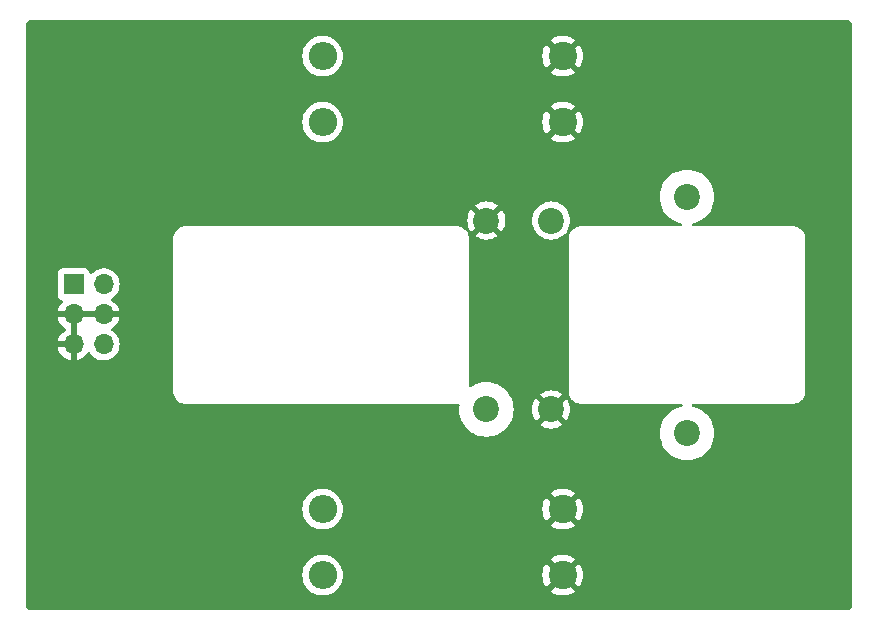
<source format=gbl>
G04 #@! TF.GenerationSoftware,KiCad,Pcbnew,7.0.9-7.0.9~ubuntu20.04.1*
G04 #@! TF.CreationDate,2023-12-17T17:20:07+01:00*
G04 #@! TF.ProjectId,swr,7377722e-6b69-4636-9164-5f7063625858,1.0*
G04 #@! TF.SameCoordinates,Original*
G04 #@! TF.FileFunction,Copper,L2,Bot*
G04 #@! TF.FilePolarity,Positive*
%FSLAX46Y46*%
G04 Gerber Fmt 4.6, Leading zero omitted, Abs format (unit mm)*
G04 Created by KiCad (PCBNEW 7.0.9-7.0.9~ubuntu20.04.1) date 2023-12-17 17:20:07*
%MOMM*%
%LPD*%
G01*
G04 APERTURE LIST*
G04 #@! TA.AperFunction,ComponentPad*
%ADD10C,2.200000*%
G04 #@! TD*
G04 #@! TA.AperFunction,ComponentPad*
%ADD11C,2.400000*%
G04 #@! TD*
G04 #@! TA.AperFunction,ComponentPad*
%ADD12O,2.400000X2.400000*%
G04 #@! TD*
G04 #@! TA.AperFunction,ComponentPad*
%ADD13C,5.600000*%
G04 #@! TD*
G04 #@! TA.AperFunction,ComponentPad*
%ADD14R,1.700000X1.700000*%
G04 #@! TD*
G04 #@! TA.AperFunction,ComponentPad*
%ADD15O,1.700000X1.700000*%
G04 #@! TD*
G04 #@! TA.AperFunction,ViaPad*
%ADD16C,0.800000*%
G04 #@! TD*
G04 APERTURE END LIST*
D10*
X151000000Y-65000000D03*
X151000000Y-85000000D03*
X139500000Y-67000000D03*
X139500000Y-83000000D03*
X134015000Y-83000000D03*
X134015000Y-67000000D03*
D11*
X140462000Y-97028000D03*
D12*
X120142000Y-97028000D03*
D11*
X140462000Y-58674000D03*
D12*
X120142000Y-58674000D03*
D13*
X160000000Y-55000000D03*
D11*
X140462000Y-53086000D03*
D12*
X120142000Y-53086000D03*
D13*
X100000000Y-95000000D03*
D14*
X99060000Y-72405000D03*
D15*
X101600000Y-72405000D03*
X99060000Y-74945000D03*
X101600000Y-74945000D03*
X99060000Y-77485000D03*
X101600000Y-77485000D03*
D11*
X140462000Y-91440000D03*
D12*
X120142000Y-91440000D03*
D13*
X100000000Y-55000000D03*
X160000000Y-95000000D03*
D16*
X154940000Y-56007000D03*
X142240000Y-66167000D03*
X152400000Y-95250000D03*
X106299000Y-74295000D03*
X109855000Y-83693000D03*
X143510000Y-99060000D03*
X125095000Y-83693000D03*
X152400000Y-97790000D03*
X146050000Y-97790000D03*
X149860000Y-93980000D03*
X158369000Y-50927000D03*
X127515000Y-65750000D03*
X147320000Y-54737000D03*
X149860000Y-99060000D03*
X151130000Y-99060000D03*
X151130000Y-50927000D03*
X146050000Y-50927000D03*
X106299000Y-67945000D03*
X152400000Y-52197000D03*
X155956000Y-50927000D03*
X152400000Y-93980000D03*
X154940000Y-95250000D03*
X146050000Y-57277000D03*
X153670000Y-53467000D03*
X159766000Y-66167000D03*
X106299000Y-81915000D03*
X151130873Y-56002403D03*
X154686000Y-92710000D03*
X149860000Y-50927000D03*
X146050000Y-90170000D03*
X114935000Y-83693000D03*
X158496000Y-83820000D03*
X162179000Y-81280000D03*
X155956000Y-85090000D03*
X155956000Y-91440000D03*
X151130000Y-53467000D03*
X146050000Y-99060000D03*
X154940000Y-57277000D03*
X133731000Y-71755000D03*
X146050000Y-64897000D03*
X147320000Y-52197000D03*
X146050000Y-63627000D03*
X126111000Y-65786000D03*
X155956000Y-53467000D03*
X131862000Y-65750000D03*
X154940000Y-99060000D03*
X151130000Y-52197000D03*
X148590000Y-97790000D03*
X127635000Y-83693000D03*
X155956000Y-52197000D03*
X153670000Y-50927000D03*
X155956000Y-96520000D03*
X131318000Y-83693000D03*
X147320000Y-57277000D03*
X146050000Y-52197000D03*
X107315000Y-83693000D03*
X147320000Y-99060000D03*
X106299000Y-75565000D03*
X111760000Y-52705000D03*
X155956000Y-54737000D03*
X106299000Y-70485000D03*
X133731000Y-74295000D03*
X149860000Y-56007000D03*
X145465800Y-83997800D03*
X133731000Y-70485000D03*
X106299000Y-69215000D03*
X162179000Y-73660000D03*
X139700000Y-79375000D03*
X146050000Y-59817000D03*
X144780000Y-66167000D03*
X148590000Y-93980000D03*
X157226000Y-83820000D03*
X153670000Y-95250000D03*
X155956000Y-90170000D03*
X148590000Y-56007000D03*
X155956000Y-93980000D03*
X106299000Y-80645000D03*
X155956000Y-64897000D03*
X159766000Y-83820000D03*
X152400000Y-56007000D03*
X147320000Y-92710000D03*
X162179000Y-77470000D03*
X162179000Y-69850000D03*
X106299000Y-71755000D03*
X133731000Y-73025000D03*
X143510000Y-50927000D03*
X106299000Y-73025000D03*
X152400000Y-50927000D03*
X108585000Y-83693000D03*
X159639000Y-50927000D03*
X155956000Y-83820000D03*
X154940000Y-50927000D03*
X113665000Y-83693000D03*
X148590000Y-54737000D03*
X162179000Y-76200000D03*
X139700000Y-76835000D03*
X111760000Y-66294000D03*
X109220000Y-66294000D03*
X155956000Y-57277000D03*
X106299000Y-78105000D03*
X106807000Y-66675000D03*
X147320000Y-53467000D03*
X155956000Y-58547000D03*
X147320000Y-56007000D03*
X149860000Y-95250000D03*
X141552000Y-84000000D03*
X147320000Y-50927000D03*
X157099000Y-50927000D03*
X111760000Y-62865000D03*
X146050000Y-95250000D03*
X144780000Y-99060000D03*
X154940000Y-54737000D03*
X146050000Y-66167000D03*
X107950000Y-66294000D03*
X151130000Y-54737000D03*
X157099000Y-99060000D03*
X157226000Y-66167000D03*
X151130000Y-94030800D03*
X154940000Y-96520000D03*
X124968000Y-65786000D03*
X106299000Y-79375000D03*
X154940000Y-93980000D03*
X106299000Y-83185000D03*
X153670000Y-54737000D03*
X158496000Y-66167000D03*
X149860000Y-96520000D03*
X153670000Y-93980000D03*
X146050000Y-96520000D03*
X139700000Y-71755000D03*
X114300000Y-66294000D03*
X162179000Y-78740000D03*
X155956000Y-62357000D03*
X153670000Y-56007000D03*
X139700000Y-73025000D03*
X126365000Y-83693000D03*
X149860000Y-53467000D03*
X155956000Y-63627000D03*
X162179000Y-71120000D03*
X155956000Y-56007000D03*
X153670000Y-52197000D03*
X113030000Y-66294000D03*
X152400000Y-96520000D03*
X155956000Y-59817000D03*
X99060000Y-59690000D03*
X139700000Y-80645000D03*
X151130000Y-97790000D03*
X130175000Y-83693000D03*
X133731000Y-78105000D03*
X146050000Y-53467000D03*
X151130000Y-96520000D03*
X155956000Y-87630000D03*
X149860000Y-97790000D03*
X146050000Y-56007000D03*
X153670000Y-97790000D03*
X161036000Y-83566000D03*
X116205000Y-94615000D03*
X155956000Y-86360000D03*
X111125000Y-83693000D03*
X162179000Y-68580000D03*
X146050000Y-92710000D03*
X146050000Y-58547000D03*
X139700000Y-69215000D03*
X158242000Y-99060000D03*
X146050000Y-61087000D03*
X149860000Y-54737000D03*
X162179000Y-72390000D03*
X152400000Y-53467000D03*
X155956000Y-61087000D03*
X154940000Y-52197000D03*
X148590000Y-95250000D03*
X155956000Y-97790000D03*
X144000000Y-84000000D03*
X146050000Y-93980000D03*
X133731000Y-75565000D03*
X146050000Y-91440000D03*
X148590000Y-99060000D03*
X161163000Y-66421000D03*
X148590000Y-53467000D03*
X159385000Y-99060000D03*
X154940000Y-53467000D03*
X162052000Y-82550000D03*
X142822000Y-84000000D03*
X133731000Y-76835000D03*
X146050000Y-54737000D03*
X146050000Y-62357000D03*
X162052000Y-67310000D03*
X155956000Y-92710000D03*
X155956000Y-66167000D03*
X155956000Y-95250000D03*
X130338000Y-65750000D03*
X151130000Y-95250000D03*
X149860000Y-52197000D03*
X154940000Y-97790000D03*
X148590000Y-96520000D03*
X110490000Y-66294000D03*
X106299000Y-76835000D03*
X133731000Y-69215000D03*
X155956000Y-99060000D03*
X152400000Y-54737000D03*
X148590000Y-52197000D03*
X133731000Y-79375000D03*
X142240000Y-99060000D03*
X139700000Y-78105000D03*
X152400000Y-99060000D03*
X142240000Y-50927000D03*
X128905000Y-83693000D03*
X139700000Y-74295000D03*
X147320000Y-95250000D03*
X148590000Y-50927000D03*
X139700000Y-70485000D03*
X139700000Y-75565000D03*
X153670000Y-99060000D03*
X147320000Y-93980000D03*
X162179000Y-80010000D03*
X155956000Y-88900000D03*
X147320000Y-96520000D03*
X143510000Y-66167000D03*
X162179000Y-74930000D03*
X128941000Y-65750000D03*
X153670000Y-96520000D03*
X147320000Y-97790000D03*
X144780000Y-50927000D03*
X112395000Y-83693000D03*
G04 #@! TA.AperFunction,Conductor*
G36*
X99314000Y-77051325D02*
G01*
X99202315Y-77000320D01*
X99095763Y-76985000D01*
X99024237Y-76985000D01*
X98917685Y-77000320D01*
X98806000Y-77051325D01*
X98806000Y-75378674D01*
X98917685Y-75429680D01*
X99024237Y-75445000D01*
X99095763Y-75445000D01*
X99202315Y-75429680D01*
X99314000Y-75378674D01*
X99314000Y-77051325D01*
G37*
G04 #@! TD.AperFunction*
G04 #@! TA.AperFunction,Conductor*
G36*
X101140507Y-74735156D02*
G01*
X101100000Y-74873111D01*
X101100000Y-75016889D01*
X101140507Y-75154844D01*
X101168884Y-75199000D01*
X99491116Y-75199000D01*
X99519493Y-75154844D01*
X99560000Y-75016889D01*
X99560000Y-74873111D01*
X99519493Y-74735156D01*
X99491116Y-74691000D01*
X101168884Y-74691000D01*
X101140507Y-74735156D01*
G37*
G04 #@! TD.AperFunction*
G04 #@! TA.AperFunction,Conductor*
G36*
X164503511Y-50000895D02*
G01*
X164526356Y-50003469D01*
X164605633Y-50013906D01*
X164630785Y-50019895D01*
X164664224Y-50031595D01*
X164664700Y-50031762D01*
X164668001Y-50033022D01*
X164722028Y-50055400D01*
X164740840Y-50065119D01*
X164775466Y-50086876D01*
X164780303Y-50090240D01*
X164828152Y-50126957D01*
X164834346Y-50132388D01*
X164867609Y-50165651D01*
X164873041Y-50171846D01*
X164909758Y-50219695D01*
X164913122Y-50224532D01*
X164934879Y-50259158D01*
X164944600Y-50277975D01*
X164966976Y-50331997D01*
X164968236Y-50335298D01*
X164980100Y-50369200D01*
X164986093Y-50394371D01*
X164996529Y-50473645D01*
X164999103Y-50496476D01*
X164999500Y-50503539D01*
X164999500Y-99496460D01*
X164999103Y-99503523D01*
X164996529Y-99526354D01*
X164986093Y-99605627D01*
X164980100Y-99630798D01*
X164968236Y-99664700D01*
X164966976Y-99668001D01*
X164944600Y-99722023D01*
X164934879Y-99740840D01*
X164913122Y-99775466D01*
X164909758Y-99780303D01*
X164873041Y-99828152D01*
X164867602Y-99834355D01*
X164834355Y-99867602D01*
X164828152Y-99873041D01*
X164780303Y-99909758D01*
X164775466Y-99913122D01*
X164740840Y-99934879D01*
X164722023Y-99944600D01*
X164668001Y-99966976D01*
X164664700Y-99968236D01*
X164630798Y-99980100D01*
X164605627Y-99986093D01*
X164526354Y-99996529D01*
X164503523Y-99999103D01*
X164496460Y-99999500D01*
X95503540Y-99999500D01*
X95496477Y-99999103D01*
X95473646Y-99996529D01*
X95394371Y-99986093D01*
X95369200Y-99980100D01*
X95335298Y-99968236D01*
X95331997Y-99966976D01*
X95277975Y-99944600D01*
X95259158Y-99934879D01*
X95224532Y-99913122D01*
X95219695Y-99909758D01*
X95171846Y-99873041D01*
X95165651Y-99867609D01*
X95132388Y-99834346D01*
X95126957Y-99828152D01*
X95090240Y-99780303D01*
X95086876Y-99775466D01*
X95065119Y-99740840D01*
X95055400Y-99722028D01*
X95033022Y-99668001D01*
X95031762Y-99664700D01*
X95031595Y-99664224D01*
X95019895Y-99630785D01*
X95013906Y-99605633D01*
X95003469Y-99526356D01*
X95000895Y-99503513D01*
X95000500Y-99496457D01*
X95000500Y-97028000D01*
X118428709Y-97028000D01*
X118447845Y-97283356D01*
X118504826Y-97533002D01*
X118504827Y-97533005D01*
X118598374Y-97771362D01*
X118598376Y-97771366D01*
X118726410Y-97993127D01*
X118726412Y-97993130D01*
X118726413Y-97993131D01*
X118886069Y-98193334D01*
X119073781Y-98367505D01*
X119073787Y-98367509D01*
X119285345Y-98511748D01*
X119285352Y-98511752D01*
X119285355Y-98511754D01*
X119418360Y-98575806D01*
X119516060Y-98622856D01*
X119516073Y-98622861D01*
X119760746Y-98698332D01*
X119760748Y-98698332D01*
X119760757Y-98698335D01*
X120013966Y-98736500D01*
X120013970Y-98736500D01*
X120270030Y-98736500D01*
X120270034Y-98736500D01*
X120523243Y-98698335D01*
X120524838Y-98697843D01*
X120767929Y-98622860D01*
X120767930Y-98622859D01*
X120767935Y-98622858D01*
X120998646Y-98511754D01*
X121210219Y-98367505D01*
X121397931Y-98193334D01*
X121557587Y-97993131D01*
X121685622Y-97771369D01*
X121685711Y-97771144D01*
X121747951Y-97612556D01*
X121779174Y-97533001D01*
X121836155Y-97283353D01*
X121855291Y-97028000D01*
X138749211Y-97028000D01*
X138768341Y-97283281D01*
X138825305Y-97532854D01*
X138825306Y-97532856D01*
X138918826Y-97771144D01*
X138918828Y-97771148D01*
X139046824Y-97992844D01*
X139046829Y-97992852D01*
X139087250Y-98043537D01*
X139087252Y-98043537D01*
X139897570Y-97233219D01*
X139937901Y-97330588D01*
X140034075Y-97455925D01*
X140159412Y-97552099D01*
X140256779Y-97592429D01*
X139446421Y-98402786D01*
X139446421Y-98402787D01*
X139605610Y-98511321D01*
X139605611Y-98511322D01*
X139836239Y-98622386D01*
X140080862Y-98697844D01*
X140080870Y-98697845D01*
X140334008Y-98736000D01*
X140589992Y-98736000D01*
X140843129Y-98697845D01*
X140843141Y-98697843D01*
X141087746Y-98622392D01*
X141087753Y-98622389D01*
X141318397Y-98511318D01*
X141318399Y-98511317D01*
X141477577Y-98402789D01*
X141477578Y-98402787D01*
X140667220Y-97592429D01*
X140764588Y-97552099D01*
X140889925Y-97455925D01*
X140986099Y-97330589D01*
X141026429Y-97233220D01*
X141836747Y-98043538D01*
X141836748Y-98043537D01*
X141877172Y-97992849D01*
X141877172Y-97992848D01*
X142005171Y-97771148D01*
X142005173Y-97771144D01*
X142098693Y-97532856D01*
X142098694Y-97532854D01*
X142155658Y-97283281D01*
X142174788Y-97028000D01*
X142155658Y-96772718D01*
X142098694Y-96523145D01*
X142098693Y-96523143D01*
X142005173Y-96284855D01*
X142005171Y-96284851D01*
X141877175Y-96063155D01*
X141836747Y-96012460D01*
X141026429Y-96822778D01*
X140986099Y-96725412D01*
X140889925Y-96600075D01*
X140764588Y-96503901D01*
X140667220Y-96463570D01*
X141477578Y-95653211D01*
X141318390Y-95544678D01*
X141318389Y-95544677D01*
X141087753Y-95433610D01*
X141087746Y-95433607D01*
X140843141Y-95358156D01*
X140843129Y-95358154D01*
X140589992Y-95320000D01*
X140334008Y-95320000D01*
X140080870Y-95358154D01*
X140080862Y-95358155D01*
X139836239Y-95433613D01*
X139605611Y-95544677D01*
X139605603Y-95544682D01*
X139446421Y-95653210D01*
X139446421Y-95653212D01*
X140256779Y-96463570D01*
X140159412Y-96503901D01*
X140034075Y-96600075D01*
X139937901Y-96725411D01*
X139897570Y-96822779D01*
X139087252Y-96012461D01*
X139087250Y-96012461D01*
X139046828Y-96063148D01*
X139046825Y-96063153D01*
X138918828Y-96284851D01*
X138918826Y-96284855D01*
X138825306Y-96523143D01*
X138825305Y-96523145D01*
X138768341Y-96772718D01*
X138749211Y-97028000D01*
X121855291Y-97028000D01*
X121836155Y-96772647D01*
X121779174Y-96522999D01*
X121741890Y-96428000D01*
X121685625Y-96284637D01*
X121685623Y-96284633D01*
X121557589Y-96062872D01*
X121517387Y-96012460D01*
X121397931Y-95862666D01*
X121210219Y-95688495D01*
X120998646Y-95544246D01*
X120998643Y-95544245D01*
X120998641Y-95544243D01*
X120998640Y-95544242D01*
X120767936Y-95433142D01*
X120767929Y-95433139D01*
X120523253Y-95357667D01*
X120523245Y-95357665D01*
X120523243Y-95357665D01*
X120270034Y-95319500D01*
X120013966Y-95319500D01*
X119760757Y-95357665D01*
X119760755Y-95357665D01*
X119760746Y-95357667D01*
X119516073Y-95433138D01*
X119516060Y-95433143D01*
X119285352Y-95544247D01*
X119285345Y-95544251D01*
X119073787Y-95688490D01*
X119073782Y-95688494D01*
X118886070Y-95862665D01*
X118726410Y-96062872D01*
X118598376Y-96284633D01*
X118598374Y-96284637D01*
X118504827Y-96522994D01*
X118504826Y-96522997D01*
X118447845Y-96772643D01*
X118428709Y-97028000D01*
X95000500Y-97028000D01*
X95000500Y-91440000D01*
X118428709Y-91440000D01*
X118447845Y-91695356D01*
X118504826Y-91945002D01*
X118504827Y-91945005D01*
X118598374Y-92183362D01*
X118598376Y-92183366D01*
X118726410Y-92405127D01*
X118726412Y-92405130D01*
X118726413Y-92405131D01*
X118886069Y-92605334D01*
X119073781Y-92779505D01*
X119073787Y-92779509D01*
X119285345Y-92923748D01*
X119285352Y-92923752D01*
X119285355Y-92923754D01*
X119418360Y-92987806D01*
X119516060Y-93034856D01*
X119516073Y-93034861D01*
X119760746Y-93110332D01*
X119760748Y-93110332D01*
X119760757Y-93110335D01*
X120013966Y-93148500D01*
X120013970Y-93148500D01*
X120270030Y-93148500D01*
X120270034Y-93148500D01*
X120523243Y-93110335D01*
X120524838Y-93109843D01*
X120767929Y-93034860D01*
X120767930Y-93034859D01*
X120767935Y-93034858D01*
X120998646Y-92923754D01*
X121210219Y-92779505D01*
X121397931Y-92605334D01*
X121557587Y-92405131D01*
X121685622Y-92183369D01*
X121685711Y-92183144D01*
X121747951Y-92024556D01*
X121779174Y-91945001D01*
X121836155Y-91695353D01*
X121855291Y-91440000D01*
X138749211Y-91440000D01*
X138768341Y-91695281D01*
X138825305Y-91944854D01*
X138825306Y-91944856D01*
X138918826Y-92183144D01*
X138918828Y-92183148D01*
X139046824Y-92404844D01*
X139046829Y-92404852D01*
X139087250Y-92455537D01*
X139087252Y-92455537D01*
X139897570Y-91645219D01*
X139937901Y-91742588D01*
X140034075Y-91867925D01*
X140159412Y-91964099D01*
X140256779Y-92004429D01*
X139446421Y-92814786D01*
X139446421Y-92814787D01*
X139605610Y-92923321D01*
X139605611Y-92923322D01*
X139836239Y-93034386D01*
X140080862Y-93109844D01*
X140080870Y-93109845D01*
X140334008Y-93148000D01*
X140589992Y-93148000D01*
X140843129Y-93109845D01*
X140843141Y-93109843D01*
X141087746Y-93034392D01*
X141087753Y-93034389D01*
X141318397Y-92923318D01*
X141318399Y-92923317D01*
X141477577Y-92814789D01*
X141477578Y-92814787D01*
X140667220Y-92004429D01*
X140764588Y-91964099D01*
X140889925Y-91867925D01*
X140986099Y-91742589D01*
X141026429Y-91645220D01*
X141836747Y-92455538D01*
X141836748Y-92455537D01*
X141877172Y-92404849D01*
X141877172Y-92404848D01*
X142005171Y-92183148D01*
X142005173Y-92183144D01*
X142098693Y-91944856D01*
X142098694Y-91944854D01*
X142155658Y-91695281D01*
X142174788Y-91440000D01*
X142155658Y-91184718D01*
X142098694Y-90935145D01*
X142098693Y-90935143D01*
X142005173Y-90696855D01*
X142005171Y-90696851D01*
X141877175Y-90475155D01*
X141836747Y-90424460D01*
X141026429Y-91234778D01*
X140986099Y-91137412D01*
X140889925Y-91012075D01*
X140764588Y-90915901D01*
X140667220Y-90875570D01*
X141477578Y-90065211D01*
X141318390Y-89956678D01*
X141318389Y-89956677D01*
X141087753Y-89845610D01*
X141087746Y-89845607D01*
X140843141Y-89770156D01*
X140843129Y-89770154D01*
X140589992Y-89732000D01*
X140334008Y-89732000D01*
X140080870Y-89770154D01*
X140080862Y-89770155D01*
X139836239Y-89845613D01*
X139605611Y-89956677D01*
X139605603Y-89956682D01*
X139446421Y-90065210D01*
X139446421Y-90065212D01*
X140256779Y-90875570D01*
X140159412Y-90915901D01*
X140034075Y-91012075D01*
X139937901Y-91137411D01*
X139897570Y-91234779D01*
X139087252Y-90424461D01*
X139087250Y-90424461D01*
X139046828Y-90475148D01*
X139046825Y-90475153D01*
X138918828Y-90696851D01*
X138918826Y-90696855D01*
X138825306Y-90935143D01*
X138825305Y-90935145D01*
X138768341Y-91184718D01*
X138749211Y-91440000D01*
X121855291Y-91440000D01*
X121836155Y-91184647D01*
X121779174Y-90934999D01*
X121741890Y-90840000D01*
X121685625Y-90696637D01*
X121685623Y-90696633D01*
X121557589Y-90474872D01*
X121517387Y-90424460D01*
X121397931Y-90274666D01*
X121210219Y-90100495D01*
X120998646Y-89956246D01*
X120998643Y-89956245D01*
X120998641Y-89956243D01*
X120998640Y-89956242D01*
X120767936Y-89845142D01*
X120767929Y-89845139D01*
X120523253Y-89769667D01*
X120523245Y-89769665D01*
X120523243Y-89769665D01*
X120270034Y-89731500D01*
X120013966Y-89731500D01*
X119760757Y-89769665D01*
X119760755Y-89769665D01*
X119760746Y-89769667D01*
X119516073Y-89845138D01*
X119516060Y-89845143D01*
X119285352Y-89956247D01*
X119285345Y-89956251D01*
X119073787Y-90100490D01*
X119073782Y-90100494D01*
X118886070Y-90274665D01*
X118726410Y-90474872D01*
X118598376Y-90696633D01*
X118598374Y-90696637D01*
X118504827Y-90934994D01*
X118504826Y-90934997D01*
X118447845Y-91184643D01*
X118428709Y-91440000D01*
X95000500Y-91440000D01*
X95000500Y-81587531D01*
X107514500Y-81587531D01*
X107544898Y-81759936D01*
X107544898Y-81759938D01*
X107604773Y-81924441D01*
X107604774Y-81924443D01*
X107604775Y-81924445D01*
X107692308Y-82076055D01*
X107804837Y-82210163D01*
X107938945Y-82322692D01*
X108090555Y-82410225D01*
X108255062Y-82470101D01*
X108427468Y-82500500D01*
X108427469Y-82500500D01*
X131602525Y-82500500D01*
X131602532Y-82500500D01*
X131602538Y-82500498D01*
X131604385Y-82500337D01*
X131605197Y-82500500D01*
X131608033Y-82500500D01*
X131608033Y-82501069D01*
X131673992Y-82514317D01*
X131724991Y-82563709D01*
X131741190Y-82632833D01*
X131738962Y-82650437D01*
X131729289Y-82699066D01*
X131729286Y-82699084D01*
X131709564Y-82999996D01*
X131709564Y-83000003D01*
X131729286Y-83300915D01*
X131729288Y-83300929D01*
X131788120Y-83596692D01*
X131788121Y-83596696D01*
X131834145Y-83732277D01*
X131885055Y-83882252D01*
X131885058Y-83882258D01*
X132018432Y-84152715D01*
X132185969Y-84403454D01*
X132185974Y-84403460D01*
X132185975Y-84403461D01*
X132384811Y-84630189D01*
X132611539Y-84829025D01*
X132611545Y-84829030D01*
X132798742Y-84954110D01*
X132862282Y-84996566D01*
X133132748Y-85129945D01*
X133418309Y-85226880D01*
X133714080Y-85285713D01*
X133886034Y-85296983D01*
X134014997Y-85305436D01*
X134015000Y-85305436D01*
X134015003Y-85305436D01*
X134127845Y-85298039D01*
X134315920Y-85285713D01*
X134611691Y-85226880D01*
X134897252Y-85129945D01*
X135167718Y-84996566D01*
X135418461Y-84829025D01*
X135645189Y-84630189D01*
X135844025Y-84403461D01*
X136011566Y-84152718D01*
X136144945Y-83882252D01*
X136241880Y-83596691D01*
X136300713Y-83300920D01*
X136320436Y-83000000D01*
X137887028Y-83000000D01*
X137906886Y-83252323D01*
X137965971Y-83498434D01*
X138062830Y-83732272D01*
X138194177Y-83946611D01*
X138194178Y-83946611D01*
X139015639Y-83125150D01*
X139040507Y-83209844D01*
X139118239Y-83330798D01*
X139226900Y-83424952D01*
X139357685Y-83484680D01*
X139372411Y-83486797D01*
X138553387Y-84305820D01*
X138553387Y-84305822D01*
X138767727Y-84437169D01*
X139001565Y-84534028D01*
X139247676Y-84593113D01*
X139500000Y-84612971D01*
X139752323Y-84593113D01*
X139998434Y-84534028D01*
X140232277Y-84437167D01*
X140446611Y-84305822D01*
X140446611Y-84305820D01*
X139627588Y-83486797D01*
X139642315Y-83484680D01*
X139773100Y-83424952D01*
X139881761Y-83330798D01*
X139959493Y-83209844D01*
X139984360Y-83125151D01*
X140805820Y-83946611D01*
X140805822Y-83946611D01*
X140937167Y-83732277D01*
X141034028Y-83498434D01*
X141093113Y-83252323D01*
X141112971Y-83000000D01*
X141093113Y-82747676D01*
X141034028Y-82501565D01*
X140937169Y-82267727D01*
X140805822Y-82053387D01*
X140805820Y-82053387D01*
X139984360Y-82874847D01*
X139959493Y-82790156D01*
X139881761Y-82669202D01*
X139773100Y-82575048D01*
X139642315Y-82515320D01*
X139627588Y-82513202D01*
X140446611Y-81694178D01*
X140446611Y-81694177D01*
X140272580Y-81587531D01*
X140999500Y-81587531D01*
X141029898Y-81759936D01*
X141029898Y-81759938D01*
X141089773Y-81924441D01*
X141089774Y-81924443D01*
X141089775Y-81924445D01*
X141177308Y-82076055D01*
X141289837Y-82210163D01*
X141423945Y-82322692D01*
X141575555Y-82410225D01*
X141740062Y-82470101D01*
X141912468Y-82500500D01*
X141912469Y-82500500D01*
X150494562Y-82500500D01*
X150562683Y-82520502D01*
X150609176Y-82574158D01*
X150619280Y-82644432D01*
X150589786Y-82709012D01*
X150530060Y-82747396D01*
X150519148Y-82750077D01*
X150479618Y-82757940D01*
X150403307Y-82773120D01*
X150403303Y-82773121D01*
X150122721Y-82868366D01*
X150117748Y-82870055D01*
X150117745Y-82870056D01*
X150117741Y-82870058D01*
X149847284Y-83003432D01*
X149596545Y-83170969D01*
X149369811Y-83369811D01*
X149170969Y-83596545D01*
X149003432Y-83847284D01*
X148870058Y-84117741D01*
X148870054Y-84117751D01*
X148773121Y-84403303D01*
X148773120Y-84403307D01*
X148714288Y-84699070D01*
X148714286Y-84699084D01*
X148694564Y-84999996D01*
X148694564Y-85000003D01*
X148714286Y-85300915D01*
X148714288Y-85300929D01*
X148773120Y-85596692D01*
X148773121Y-85596696D01*
X148837180Y-85785407D01*
X148870055Y-85882252D01*
X148870058Y-85882258D01*
X149003432Y-86152715D01*
X149170969Y-86403454D01*
X149170974Y-86403460D01*
X149170975Y-86403461D01*
X149369811Y-86630189D01*
X149596539Y-86829025D01*
X149596545Y-86829030D01*
X149783742Y-86954110D01*
X149847282Y-86996566D01*
X150117748Y-87129945D01*
X150403309Y-87226880D01*
X150699080Y-87285713D01*
X150871034Y-87296983D01*
X150999997Y-87305436D01*
X151000000Y-87305436D01*
X151000003Y-87305436D01*
X151112845Y-87298039D01*
X151300920Y-87285713D01*
X151596691Y-87226880D01*
X151882252Y-87129945D01*
X152152718Y-86996566D01*
X152403461Y-86829025D01*
X152630189Y-86630189D01*
X152829025Y-86403461D01*
X152996566Y-86152718D01*
X153129945Y-85882252D01*
X153226880Y-85596691D01*
X153285713Y-85300920D01*
X153305436Y-85000000D01*
X153285713Y-84699080D01*
X153226880Y-84403309D01*
X153129945Y-84117748D01*
X152996566Y-83847282D01*
X152919719Y-83732272D01*
X152829030Y-83596545D01*
X152744362Y-83500000D01*
X152630189Y-83369811D01*
X152403461Y-83170975D01*
X152403460Y-83170974D01*
X152403454Y-83170969D01*
X152152715Y-83003432D01*
X151882258Y-82870058D01*
X151882252Y-82870055D01*
X151785407Y-82837180D01*
X151596696Y-82773121D01*
X151596692Y-82773120D01*
X151539794Y-82761802D01*
X151480855Y-82750078D01*
X151417947Y-82717171D01*
X151382815Y-82655476D01*
X151386615Y-82584581D01*
X151428141Y-82526995D01*
X151494208Y-82501001D01*
X151505438Y-82500500D01*
X160087531Y-82500500D01*
X160087532Y-82500500D01*
X160259938Y-82470101D01*
X160424445Y-82410225D01*
X160576055Y-82322692D01*
X160710163Y-82210163D01*
X160822692Y-82076055D01*
X160910225Y-81924445D01*
X160970101Y-81759938D01*
X161000500Y-81587532D01*
X161000500Y-81500000D01*
X161000500Y-81499500D01*
X161000500Y-68499901D01*
X161000500Y-68412468D01*
X160970101Y-68240062D01*
X160910225Y-68075555D01*
X160822692Y-67923945D01*
X160710163Y-67789837D01*
X160576055Y-67677308D01*
X160424445Y-67589775D01*
X160424444Y-67589774D01*
X160424443Y-67589774D01*
X160424441Y-67589773D01*
X160259937Y-67529898D01*
X160093203Y-67500500D01*
X160087532Y-67499500D01*
X160000099Y-67499500D01*
X151505438Y-67499500D01*
X151437317Y-67479498D01*
X151390824Y-67425842D01*
X151380720Y-67355568D01*
X151410214Y-67290988D01*
X151469940Y-67252604D01*
X151480851Y-67249922D01*
X151596691Y-67226880D01*
X151882252Y-67129945D01*
X152152718Y-66996566D01*
X152403461Y-66829025D01*
X152630189Y-66630189D01*
X152829025Y-66403461D01*
X152996566Y-66152718D01*
X153129945Y-65882252D01*
X153226880Y-65596691D01*
X153285713Y-65300920D01*
X153305436Y-65000000D01*
X153285713Y-64699080D01*
X153226880Y-64403309D01*
X153129945Y-64117748D01*
X152996566Y-63847282D01*
X152954110Y-63783742D01*
X152829030Y-63596545D01*
X152829025Y-63596539D01*
X152630189Y-63369811D01*
X152403461Y-63170975D01*
X152403460Y-63170974D01*
X152403454Y-63170969D01*
X152152715Y-63003432D01*
X151882258Y-62870058D01*
X151882252Y-62870055D01*
X151785407Y-62837180D01*
X151596696Y-62773121D01*
X151596692Y-62773120D01*
X151300929Y-62714288D01*
X151300915Y-62714286D01*
X151000003Y-62694564D01*
X150999997Y-62694564D01*
X150699084Y-62714286D01*
X150699070Y-62714288D01*
X150403307Y-62773120D01*
X150403303Y-62773121D01*
X150122721Y-62868366D01*
X150117748Y-62870055D01*
X150117745Y-62870056D01*
X150117741Y-62870058D01*
X149847284Y-63003432D01*
X149596545Y-63170969D01*
X149369811Y-63369811D01*
X149170969Y-63596545D01*
X149003432Y-63847284D01*
X148870058Y-64117741D01*
X148870054Y-64117751D01*
X148773121Y-64403303D01*
X148773120Y-64403307D01*
X148714288Y-64699070D01*
X148714286Y-64699084D01*
X148694564Y-64999996D01*
X148694564Y-65000003D01*
X148714286Y-65300915D01*
X148714288Y-65300929D01*
X148773120Y-65596692D01*
X148773121Y-65596696D01*
X148806380Y-65694672D01*
X148870055Y-65882252D01*
X148870058Y-65882258D01*
X149003432Y-66152715D01*
X149170969Y-66403454D01*
X149170974Y-66403460D01*
X149170975Y-66403461D01*
X149369811Y-66630189D01*
X149503689Y-66747597D01*
X149596545Y-66829030D01*
X149783742Y-66954110D01*
X149847282Y-66996566D01*
X150117748Y-67129945D01*
X150403309Y-67226880D01*
X150519144Y-67249921D01*
X150582053Y-67282829D01*
X150617185Y-67344524D01*
X150613385Y-67415419D01*
X150571859Y-67473005D01*
X150505792Y-67498999D01*
X150494562Y-67499500D01*
X142000500Y-67499500D01*
X142000000Y-67499500D01*
X141912468Y-67499500D01*
X141906797Y-67500500D01*
X141740063Y-67529898D01*
X141740061Y-67529898D01*
X141575558Y-67589773D01*
X141575556Y-67589774D01*
X141423940Y-67677311D01*
X141289837Y-67789837D01*
X141177311Y-67923940D01*
X141089774Y-68075556D01*
X141089773Y-68075558D01*
X141029898Y-68240061D01*
X141029898Y-68240063D01*
X140999500Y-68412468D01*
X140999500Y-81587531D01*
X140272580Y-81587531D01*
X140232272Y-81562830D01*
X139998434Y-81465971D01*
X139752323Y-81406886D01*
X139500000Y-81387028D01*
X139247676Y-81406886D01*
X139001565Y-81465971D01*
X138767727Y-81562830D01*
X138553387Y-81694176D01*
X138553387Y-81694178D01*
X139372411Y-82513202D01*
X139357685Y-82515320D01*
X139226900Y-82575048D01*
X139118239Y-82669202D01*
X139040507Y-82790156D01*
X139015639Y-82874848D01*
X138194178Y-82053387D01*
X138194176Y-82053387D01*
X138062830Y-82267727D01*
X137965971Y-82501565D01*
X137906886Y-82747676D01*
X137887028Y-83000000D01*
X136320436Y-83000000D01*
X136300713Y-82699080D01*
X136241880Y-82403309D01*
X136144945Y-82117748D01*
X136011566Y-81847282D01*
X135953203Y-81759936D01*
X135844030Y-81596545D01*
X135836125Y-81587531D01*
X135645189Y-81369811D01*
X135418461Y-81170975D01*
X135418460Y-81170974D01*
X135418454Y-81170969D01*
X135167715Y-81003432D01*
X134897258Y-80870058D01*
X134897252Y-80870055D01*
X134800407Y-80837180D01*
X134611696Y-80773121D01*
X134611692Y-80773120D01*
X134315929Y-80714288D01*
X134315915Y-80714286D01*
X134015003Y-80694564D01*
X134014997Y-80694564D01*
X133714084Y-80714286D01*
X133714070Y-80714288D01*
X133418307Y-80773120D01*
X133418303Y-80773121D01*
X133137721Y-80868366D01*
X133132748Y-80870055D01*
X133132745Y-80870056D01*
X133132741Y-80870058D01*
X132862282Y-81003433D01*
X132862279Y-81003434D01*
X132711501Y-81104181D01*
X132643749Y-81125396D01*
X132575282Y-81106613D01*
X132527839Y-81053795D01*
X132515500Y-80999416D01*
X132515500Y-68412468D01*
X132496696Y-68305822D01*
X132485101Y-68240062D01*
X132425225Y-68075555D01*
X132337692Y-67923945D01*
X132225163Y-67789837D01*
X132091055Y-67677308D01*
X131939445Y-67589775D01*
X131939444Y-67589774D01*
X131939443Y-67589774D01*
X131939441Y-67589773D01*
X131774937Y-67529898D01*
X131608203Y-67500500D01*
X131602532Y-67499500D01*
X131515099Y-67499500D01*
X108515500Y-67499500D01*
X108515000Y-67499500D01*
X108427468Y-67499500D01*
X108421797Y-67500500D01*
X108255063Y-67529898D01*
X108255061Y-67529898D01*
X108090558Y-67589773D01*
X108090556Y-67589774D01*
X107938940Y-67677311D01*
X107804837Y-67789837D01*
X107692311Y-67923940D01*
X107604774Y-68075556D01*
X107604773Y-68075558D01*
X107544898Y-68240061D01*
X107544898Y-68240063D01*
X107514500Y-68412468D01*
X107514500Y-81587531D01*
X95000500Y-81587531D01*
X95000500Y-73303649D01*
X97701500Y-73303649D01*
X97708009Y-73364196D01*
X97708011Y-73364204D01*
X97759110Y-73501202D01*
X97759112Y-73501207D01*
X97846738Y-73618261D01*
X97963792Y-73705887D01*
X97963796Y-73705889D01*
X98079312Y-73748975D01*
X98136148Y-73791522D01*
X98160958Y-73858042D01*
X98145866Y-73927416D01*
X98127981Y-73952367D01*
X97984674Y-74108041D01*
X97861580Y-74296451D01*
X97771179Y-74502543D01*
X97771176Y-74502550D01*
X97723455Y-74690999D01*
X97723456Y-74691000D01*
X98628884Y-74691000D01*
X98600507Y-74735156D01*
X98560000Y-74873111D01*
X98560000Y-75016889D01*
X98600507Y-75154844D01*
X98628884Y-75199000D01*
X97723455Y-75199000D01*
X97771176Y-75387449D01*
X97771179Y-75387456D01*
X97861580Y-75593548D01*
X97984674Y-75781958D01*
X98137097Y-75947534D01*
X98314698Y-76085767D01*
X98314699Y-76085768D01*
X98348734Y-76104187D01*
X98399123Y-76154201D01*
X98414475Y-76223518D01*
X98389913Y-76290130D01*
X98348734Y-76325813D01*
X98314699Y-76344231D01*
X98314698Y-76344232D01*
X98137097Y-76482465D01*
X97984674Y-76648041D01*
X97861580Y-76836451D01*
X97771179Y-77042543D01*
X97771176Y-77042550D01*
X97723455Y-77230999D01*
X97723456Y-77231000D01*
X98628884Y-77231000D01*
X98600507Y-77275156D01*
X98560000Y-77413111D01*
X98560000Y-77556889D01*
X98600507Y-77694844D01*
X98628884Y-77739000D01*
X97723455Y-77739000D01*
X97771176Y-77927449D01*
X97771179Y-77927456D01*
X97861580Y-78133548D01*
X97984674Y-78321958D01*
X98137097Y-78487534D01*
X98314698Y-78625767D01*
X98314699Y-78625768D01*
X98512628Y-78732882D01*
X98512630Y-78732883D01*
X98725483Y-78805955D01*
X98725492Y-78805957D01*
X98806000Y-78819391D01*
X98806000Y-77918674D01*
X98917685Y-77969680D01*
X99024237Y-77985000D01*
X99095763Y-77985000D01*
X99202315Y-77969680D01*
X99314000Y-77918674D01*
X99314000Y-78819390D01*
X99394507Y-78805957D01*
X99394516Y-78805955D01*
X99607369Y-78732883D01*
X99607371Y-78732882D01*
X99805300Y-78625768D01*
X99805301Y-78625767D01*
X99982902Y-78487534D01*
X100135327Y-78321955D01*
X100224217Y-78185899D01*
X100278220Y-78139810D01*
X100348568Y-78130235D01*
X100412925Y-78160212D01*
X100435183Y-78185898D01*
X100524279Y-78322270D01*
X100676762Y-78487908D01*
X100731331Y-78530381D01*
X100854424Y-78626189D01*
X101052426Y-78733342D01*
X101052427Y-78733342D01*
X101052428Y-78733343D01*
X101164227Y-78771723D01*
X101265365Y-78806444D01*
X101487431Y-78843500D01*
X101487435Y-78843500D01*
X101712565Y-78843500D01*
X101712569Y-78843500D01*
X101934635Y-78806444D01*
X102147574Y-78733342D01*
X102345576Y-78626189D01*
X102523240Y-78487906D01*
X102675722Y-78322268D01*
X102675927Y-78321955D01*
X102764816Y-78185899D01*
X102798860Y-78133791D01*
X102889296Y-77927616D01*
X102944564Y-77709368D01*
X102963156Y-77485000D01*
X102944564Y-77260632D01*
X102889338Y-77042550D01*
X102889297Y-77042387D01*
X102889296Y-77042386D01*
X102889296Y-77042384D01*
X102798860Y-76836209D01*
X102764816Y-76784100D01*
X102675724Y-76647734D01*
X102675720Y-76647729D01*
X102559570Y-76521559D01*
X102523240Y-76482094D01*
X102523239Y-76482093D01*
X102523237Y-76482091D01*
X102441382Y-76418381D01*
X102345576Y-76343811D01*
X102311792Y-76325528D01*
X102261402Y-76275516D01*
X102246050Y-76206199D01*
X102270610Y-76139586D01*
X102311793Y-76103901D01*
X102345300Y-76085767D01*
X102345301Y-76085767D01*
X102522902Y-75947534D01*
X102675325Y-75781958D01*
X102798419Y-75593548D01*
X102888820Y-75387456D01*
X102888823Y-75387449D01*
X102936544Y-75199000D01*
X102031116Y-75199000D01*
X102059493Y-75154844D01*
X102100000Y-75016889D01*
X102100000Y-74873111D01*
X102059493Y-74735156D01*
X102031116Y-74691000D01*
X102936544Y-74691000D01*
X102936544Y-74690999D01*
X102888823Y-74502550D01*
X102888820Y-74502543D01*
X102798419Y-74296451D01*
X102675325Y-74108041D01*
X102522902Y-73942465D01*
X102345301Y-73804232D01*
X102345300Y-73804231D01*
X102311791Y-73786097D01*
X102261401Y-73736083D01*
X102246050Y-73666766D01*
X102270612Y-73600153D01*
X102311790Y-73564472D01*
X102345576Y-73546189D01*
X102523240Y-73407906D01*
X102675722Y-73242268D01*
X102798860Y-73053791D01*
X102889296Y-72847616D01*
X102944564Y-72629368D01*
X102963156Y-72405000D01*
X102944564Y-72180632D01*
X102889296Y-71962384D01*
X102798860Y-71756209D01*
X102781500Y-71729637D01*
X102675724Y-71567734D01*
X102675720Y-71567729D01*
X102523237Y-71402091D01*
X102403367Y-71308792D01*
X102345576Y-71263811D01*
X102147574Y-71156658D01*
X102147572Y-71156657D01*
X102147571Y-71156656D01*
X101934639Y-71083557D01*
X101934630Y-71083555D01*
X101890476Y-71076187D01*
X101712569Y-71046500D01*
X101487431Y-71046500D01*
X101339211Y-71071233D01*
X101265369Y-71083555D01*
X101265360Y-71083557D01*
X101052428Y-71156656D01*
X101052426Y-71156658D01*
X100854426Y-71263810D01*
X100854424Y-71263811D01*
X100676762Y-71402091D01*
X100615754Y-71468363D01*
X100554901Y-71504933D01*
X100483936Y-71502798D01*
X100425391Y-71462636D01*
X100404999Y-71427057D01*
X100360889Y-71308797D01*
X100360887Y-71308792D01*
X100273261Y-71191738D01*
X100156207Y-71104112D01*
X100156202Y-71104110D01*
X100019204Y-71053011D01*
X100019196Y-71053009D01*
X99958649Y-71046500D01*
X99958638Y-71046500D01*
X98161362Y-71046500D01*
X98161350Y-71046500D01*
X98100803Y-71053009D01*
X98100795Y-71053011D01*
X97963797Y-71104110D01*
X97963792Y-71104112D01*
X97846738Y-71191738D01*
X97759112Y-71308792D01*
X97759110Y-71308797D01*
X97708011Y-71445795D01*
X97708009Y-71445803D01*
X97701500Y-71506350D01*
X97701500Y-73303649D01*
X95000500Y-73303649D01*
X95000500Y-67000000D01*
X132402028Y-67000000D01*
X132421886Y-67252323D01*
X132480971Y-67498434D01*
X132577830Y-67732272D01*
X132709177Y-67946611D01*
X132709178Y-67946611D01*
X133530639Y-67125150D01*
X133555507Y-67209844D01*
X133633239Y-67330798D01*
X133741900Y-67424952D01*
X133872685Y-67484680D01*
X133887411Y-67486797D01*
X133068387Y-68305820D01*
X133068387Y-68305822D01*
X133282727Y-68437169D01*
X133516565Y-68534028D01*
X133762676Y-68593113D01*
X134015000Y-68612971D01*
X134267323Y-68593113D01*
X134513434Y-68534028D01*
X134747277Y-68437167D01*
X134961611Y-68305822D01*
X134961611Y-68305820D01*
X134142588Y-67486797D01*
X134157315Y-67484680D01*
X134288100Y-67424952D01*
X134396761Y-67330798D01*
X134474493Y-67209844D01*
X134499360Y-67125151D01*
X135320820Y-67946611D01*
X135320822Y-67946611D01*
X135452167Y-67732277D01*
X135549028Y-67498434D01*
X135608113Y-67252323D01*
X135627971Y-67000000D01*
X137886526Y-67000000D01*
X137903041Y-67209844D01*
X137906391Y-67252402D01*
X137965494Y-67498589D01*
X138003265Y-67589775D01*
X138062384Y-67732502D01*
X138194672Y-67948376D01*
X138359102Y-68140898D01*
X138551624Y-68305328D01*
X138767498Y-68437616D01*
X139001409Y-68534505D01*
X139247597Y-68593609D01*
X139500000Y-68613474D01*
X139752403Y-68593609D01*
X139998591Y-68534505D01*
X140232502Y-68437616D01*
X140448376Y-68305328D01*
X140640898Y-68140898D01*
X140805328Y-67948376D01*
X140937616Y-67732502D01*
X141034505Y-67498591D01*
X141093609Y-67252403D01*
X141113474Y-67000000D01*
X141093609Y-66747597D01*
X141034505Y-66501409D01*
X140937616Y-66267498D01*
X140805328Y-66051624D01*
X140640898Y-65859102D01*
X140448376Y-65694672D01*
X140232502Y-65562384D01*
X139999741Y-65465971D01*
X139998589Y-65465494D01*
X139830177Y-65425062D01*
X139752403Y-65406391D01*
X139500000Y-65386526D01*
X139247597Y-65406391D01*
X139001410Y-65465494D01*
X138767499Y-65562383D01*
X138551625Y-65694671D01*
X138359102Y-65859102D01*
X138194671Y-66051625D01*
X138062383Y-66267499D01*
X137965494Y-66501410D01*
X137934578Y-66630188D01*
X137906391Y-66747597D01*
X137886526Y-67000000D01*
X135627971Y-67000000D01*
X135608113Y-66747676D01*
X135549028Y-66501565D01*
X135452169Y-66267727D01*
X135320822Y-66053387D01*
X135320820Y-66053387D01*
X134499360Y-66874847D01*
X134474493Y-66790156D01*
X134396761Y-66669202D01*
X134288100Y-66575048D01*
X134157315Y-66515320D01*
X134142588Y-66513202D01*
X134961611Y-65694178D01*
X134961611Y-65694177D01*
X134747272Y-65562830D01*
X134513434Y-65465971D01*
X134267323Y-65406886D01*
X134015000Y-65387028D01*
X133762676Y-65406886D01*
X133516565Y-65465971D01*
X133282727Y-65562830D01*
X133068387Y-65694176D01*
X133068387Y-65694178D01*
X133887411Y-66513202D01*
X133872685Y-66515320D01*
X133741900Y-66575048D01*
X133633239Y-66669202D01*
X133555507Y-66790156D01*
X133530639Y-66874848D01*
X132709178Y-66053387D01*
X132709176Y-66053387D01*
X132577830Y-66267727D01*
X132480971Y-66501565D01*
X132421886Y-66747676D01*
X132402028Y-67000000D01*
X95000500Y-67000000D01*
X95000500Y-58674000D01*
X118428709Y-58674000D01*
X118447845Y-58929356D01*
X118504826Y-59179002D01*
X118504827Y-59179005D01*
X118598374Y-59417362D01*
X118598376Y-59417366D01*
X118726410Y-59639127D01*
X118726412Y-59639130D01*
X118726413Y-59639131D01*
X118886069Y-59839334D01*
X119073781Y-60013505D01*
X119073787Y-60013509D01*
X119285345Y-60157748D01*
X119285352Y-60157752D01*
X119285355Y-60157754D01*
X119418360Y-60221806D01*
X119516060Y-60268856D01*
X119516073Y-60268861D01*
X119760746Y-60344332D01*
X119760748Y-60344332D01*
X119760757Y-60344335D01*
X120013966Y-60382500D01*
X120013970Y-60382500D01*
X120270030Y-60382500D01*
X120270034Y-60382500D01*
X120523243Y-60344335D01*
X120524838Y-60343843D01*
X120767929Y-60268860D01*
X120767930Y-60268859D01*
X120767935Y-60268858D01*
X120998646Y-60157754D01*
X121210219Y-60013505D01*
X121397931Y-59839334D01*
X121557587Y-59639131D01*
X121685622Y-59417369D01*
X121685711Y-59417144D01*
X121747951Y-59258556D01*
X121779174Y-59179001D01*
X121836155Y-58929353D01*
X121855291Y-58674000D01*
X138749211Y-58674000D01*
X138768341Y-58929281D01*
X138825305Y-59178854D01*
X138825306Y-59178856D01*
X138918826Y-59417144D01*
X138918828Y-59417148D01*
X139046824Y-59638844D01*
X139046829Y-59638852D01*
X139087250Y-59689537D01*
X139087252Y-59689537D01*
X139897570Y-58879219D01*
X139937901Y-58976588D01*
X140034075Y-59101925D01*
X140159412Y-59198099D01*
X140256779Y-59238429D01*
X139446421Y-60048786D01*
X139446421Y-60048787D01*
X139605610Y-60157321D01*
X139605611Y-60157322D01*
X139836239Y-60268386D01*
X140080862Y-60343844D01*
X140080870Y-60343845D01*
X140334008Y-60382000D01*
X140589992Y-60382000D01*
X140843129Y-60343845D01*
X140843141Y-60343843D01*
X141087746Y-60268392D01*
X141087753Y-60268389D01*
X141318397Y-60157318D01*
X141318399Y-60157317D01*
X141477577Y-60048789D01*
X141477578Y-60048787D01*
X140667220Y-59238429D01*
X140764588Y-59198099D01*
X140889925Y-59101925D01*
X140986099Y-58976589D01*
X141026429Y-58879220D01*
X141836747Y-59689538D01*
X141836748Y-59689537D01*
X141877172Y-59638849D01*
X141877172Y-59638848D01*
X142005171Y-59417148D01*
X142005173Y-59417144D01*
X142098693Y-59178856D01*
X142098694Y-59178854D01*
X142155658Y-58929281D01*
X142174788Y-58674000D01*
X142155658Y-58418718D01*
X142098694Y-58169145D01*
X142098693Y-58169143D01*
X142005173Y-57930855D01*
X142005171Y-57930851D01*
X141877175Y-57709155D01*
X141836747Y-57658460D01*
X141026429Y-58468778D01*
X140986099Y-58371412D01*
X140889925Y-58246075D01*
X140764588Y-58149901D01*
X140667220Y-58109570D01*
X141477578Y-57299211D01*
X141318390Y-57190678D01*
X141318389Y-57190677D01*
X141087753Y-57079610D01*
X141087746Y-57079607D01*
X140843141Y-57004156D01*
X140843129Y-57004154D01*
X140589992Y-56966000D01*
X140334008Y-56966000D01*
X140080870Y-57004154D01*
X140080862Y-57004155D01*
X139836239Y-57079613D01*
X139605611Y-57190677D01*
X139605603Y-57190682D01*
X139446421Y-57299210D01*
X139446421Y-57299212D01*
X140256779Y-58109570D01*
X140159412Y-58149901D01*
X140034075Y-58246075D01*
X139937901Y-58371411D01*
X139897570Y-58468779D01*
X139087252Y-57658461D01*
X139087250Y-57658461D01*
X139046828Y-57709148D01*
X139046825Y-57709153D01*
X138918828Y-57930851D01*
X138918826Y-57930855D01*
X138825306Y-58169143D01*
X138825305Y-58169145D01*
X138768341Y-58418718D01*
X138749211Y-58674000D01*
X121855291Y-58674000D01*
X121836155Y-58418647D01*
X121779174Y-58168999D01*
X121741890Y-58074000D01*
X121685625Y-57930637D01*
X121685623Y-57930633D01*
X121557589Y-57708872D01*
X121517387Y-57658460D01*
X121397931Y-57508666D01*
X121210219Y-57334495D01*
X120998646Y-57190246D01*
X120998643Y-57190245D01*
X120998641Y-57190243D01*
X120998640Y-57190242D01*
X120767936Y-57079142D01*
X120767929Y-57079139D01*
X120523253Y-57003667D01*
X120523245Y-57003665D01*
X120523243Y-57003665D01*
X120270034Y-56965500D01*
X120013966Y-56965500D01*
X119760757Y-57003665D01*
X119760755Y-57003665D01*
X119760746Y-57003667D01*
X119516073Y-57079138D01*
X119516060Y-57079143D01*
X119285352Y-57190247D01*
X119285345Y-57190251D01*
X119073787Y-57334490D01*
X119073782Y-57334494D01*
X118886070Y-57508665D01*
X118726410Y-57708872D01*
X118598376Y-57930633D01*
X118598374Y-57930637D01*
X118504827Y-58168994D01*
X118504826Y-58168997D01*
X118447845Y-58418643D01*
X118428709Y-58674000D01*
X95000500Y-58674000D01*
X95000500Y-53086000D01*
X118428709Y-53086000D01*
X118447845Y-53341356D01*
X118504826Y-53591002D01*
X118504827Y-53591005D01*
X118598374Y-53829362D01*
X118598376Y-53829366D01*
X118726410Y-54051127D01*
X118726412Y-54051130D01*
X118726413Y-54051131D01*
X118886069Y-54251334D01*
X119073781Y-54425505D01*
X119073787Y-54425509D01*
X119285345Y-54569748D01*
X119285352Y-54569752D01*
X119285355Y-54569754D01*
X119418360Y-54633806D01*
X119516060Y-54680856D01*
X119516073Y-54680861D01*
X119760746Y-54756332D01*
X119760748Y-54756332D01*
X119760757Y-54756335D01*
X120013966Y-54794500D01*
X120013970Y-54794500D01*
X120270030Y-54794500D01*
X120270034Y-54794500D01*
X120523243Y-54756335D01*
X120524838Y-54755843D01*
X120767929Y-54680860D01*
X120767930Y-54680859D01*
X120767935Y-54680858D01*
X120998646Y-54569754D01*
X121210219Y-54425505D01*
X121397931Y-54251334D01*
X121557587Y-54051131D01*
X121685622Y-53829369D01*
X121685711Y-53829144D01*
X121747951Y-53670556D01*
X121779174Y-53591001D01*
X121836155Y-53341353D01*
X121855291Y-53086000D01*
X138749211Y-53086000D01*
X138768341Y-53341281D01*
X138825305Y-53590854D01*
X138825306Y-53590856D01*
X138918826Y-53829144D01*
X138918828Y-53829148D01*
X139046824Y-54050844D01*
X139046829Y-54050852D01*
X139087250Y-54101537D01*
X139087252Y-54101537D01*
X139897570Y-53291219D01*
X139937901Y-53388588D01*
X140034075Y-53513925D01*
X140159412Y-53610099D01*
X140256779Y-53650429D01*
X139446421Y-54460786D01*
X139446421Y-54460787D01*
X139605610Y-54569321D01*
X139605611Y-54569322D01*
X139836239Y-54680386D01*
X140080862Y-54755844D01*
X140080870Y-54755845D01*
X140334008Y-54794000D01*
X140589992Y-54794000D01*
X140843129Y-54755845D01*
X140843141Y-54755843D01*
X141087746Y-54680392D01*
X141087753Y-54680389D01*
X141318397Y-54569318D01*
X141318399Y-54569317D01*
X141477577Y-54460789D01*
X141477578Y-54460787D01*
X140667220Y-53650429D01*
X140764588Y-53610099D01*
X140889925Y-53513925D01*
X140986099Y-53388589D01*
X141026429Y-53291220D01*
X141836747Y-54101538D01*
X141836748Y-54101537D01*
X141877172Y-54050849D01*
X141877172Y-54050848D01*
X142005171Y-53829148D01*
X142005173Y-53829144D01*
X142098693Y-53590856D01*
X142098694Y-53590854D01*
X142155658Y-53341281D01*
X142174788Y-53086000D01*
X142155658Y-52830718D01*
X142098694Y-52581145D01*
X142098693Y-52581143D01*
X142005173Y-52342855D01*
X142005171Y-52342851D01*
X141877175Y-52121155D01*
X141836747Y-52070460D01*
X141026429Y-52880778D01*
X140986099Y-52783412D01*
X140889925Y-52658075D01*
X140764588Y-52561901D01*
X140667220Y-52521570D01*
X141477578Y-51711211D01*
X141318390Y-51602678D01*
X141318389Y-51602677D01*
X141087753Y-51491610D01*
X141087746Y-51491607D01*
X140843141Y-51416156D01*
X140843129Y-51416154D01*
X140589992Y-51378000D01*
X140334008Y-51378000D01*
X140080870Y-51416154D01*
X140080862Y-51416155D01*
X139836239Y-51491613D01*
X139605611Y-51602677D01*
X139605603Y-51602682D01*
X139446421Y-51711210D01*
X139446421Y-51711212D01*
X140256779Y-52521570D01*
X140159412Y-52561901D01*
X140034075Y-52658075D01*
X139937901Y-52783411D01*
X139897570Y-52880779D01*
X139087252Y-52070461D01*
X139087250Y-52070461D01*
X139046828Y-52121148D01*
X139046825Y-52121153D01*
X138918828Y-52342851D01*
X138918826Y-52342855D01*
X138825306Y-52581143D01*
X138825305Y-52581145D01*
X138768341Y-52830718D01*
X138749211Y-53086000D01*
X121855291Y-53086000D01*
X121836155Y-52830647D01*
X121779174Y-52580999D01*
X121741890Y-52486000D01*
X121685625Y-52342637D01*
X121685623Y-52342633D01*
X121557589Y-52120872D01*
X121517387Y-52070460D01*
X121397931Y-51920666D01*
X121210219Y-51746495D01*
X120998646Y-51602246D01*
X120998643Y-51602245D01*
X120998641Y-51602243D01*
X120998640Y-51602242D01*
X120767936Y-51491142D01*
X120767929Y-51491139D01*
X120523253Y-51415667D01*
X120523245Y-51415665D01*
X120523243Y-51415665D01*
X120270034Y-51377500D01*
X120013966Y-51377500D01*
X119760757Y-51415665D01*
X119760755Y-51415665D01*
X119760746Y-51415667D01*
X119516073Y-51491138D01*
X119516060Y-51491143D01*
X119285352Y-51602247D01*
X119285345Y-51602251D01*
X119073787Y-51746490D01*
X119073782Y-51746494D01*
X118886070Y-51920665D01*
X118726410Y-52120872D01*
X118598376Y-52342633D01*
X118598374Y-52342637D01*
X118504827Y-52580994D01*
X118504826Y-52580997D01*
X118447845Y-52830643D01*
X118428709Y-53086000D01*
X95000500Y-53086000D01*
X95000500Y-50503541D01*
X95000896Y-50496482D01*
X95003469Y-50473648D01*
X95003470Y-50473645D01*
X95003470Y-50473633D01*
X95013907Y-50394361D01*
X95019893Y-50369218D01*
X95031770Y-50335276D01*
X95033013Y-50332019D01*
X95055404Y-50277961D01*
X95065115Y-50259164D01*
X95086883Y-50224521D01*
X95090229Y-50219710D01*
X95126960Y-50171842D01*
X95132374Y-50165667D01*
X95165667Y-50132374D01*
X95171842Y-50126960D01*
X95219710Y-50090229D01*
X95224521Y-50086883D01*
X95259164Y-50065115D01*
X95277961Y-50055404D01*
X95332019Y-50033013D01*
X95335276Y-50031770D01*
X95369218Y-50019893D01*
X95394361Y-50013907D01*
X95473624Y-50003471D01*
X95496489Y-50000895D01*
X95503541Y-50000500D01*
X164496458Y-50000500D01*
X164503511Y-50000895D01*
G37*
G04 #@! TD.AperFunction*
M02*

</source>
